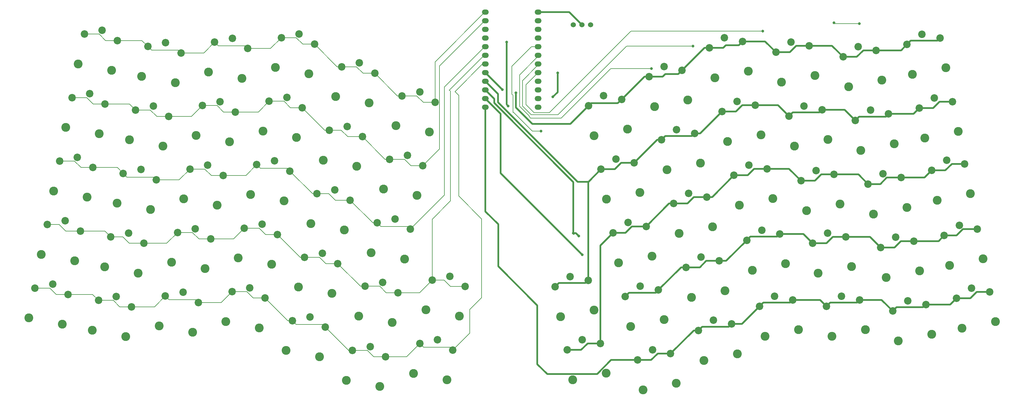
<source format=gbr>
%TF.GenerationSoftware,KiCad,Pcbnew,7.0.1-0*%
%TF.CreationDate,2024-04-27T23:40:22-07:00*%
%TF.ProjectId,swing-atreus,7377696e-672d-4617-9472-6575732e6b69,rev?*%
%TF.SameCoordinates,Original*%
%TF.FileFunction,Copper,L2,Bot*%
%TF.FilePolarity,Positive*%
%FSLAX46Y46*%
G04 Gerber Fmt 4.6, Leading zero omitted, Abs format (unit mm)*
G04 Created by KiCad (PCBNEW 7.0.1-0) date 2024-04-27 23:40:22*
%MOMM*%
%LPD*%
G01*
G04 APERTURE LIST*
%TA.AperFunction,ComponentPad*%
%ADD10C,2.200000*%
%TD*%
%TA.AperFunction,ComponentPad*%
%ADD11C,2.600000*%
%TD*%
%TA.AperFunction,ComponentPad*%
%ADD12C,1.524000*%
%TD*%
%TA.AperFunction,ComponentPad*%
%ADD13O,2.000000X1.500000*%
%TD*%
%TA.AperFunction,ViaPad*%
%ADD14C,0.800000*%
%TD*%
%TA.AperFunction,Conductor*%
%ADD15C,0.500000*%
%TD*%
%TA.AperFunction,Conductor*%
%ADD16C,0.200000*%
%TD*%
G04 APERTURE END LIST*
D10*
%TO.P,SW54,2,B*%
%TO.N,Net-(D53-A)*%
X315496195Y-72062533D03*
%TO.P,SW54,1,A*%
%TO.N,/L_Row6*%
X320805030Y-73169905D03*
X311086921Y-75058914D03*
D11*
%TO.P,SW54,*%
%TO.N,*%
X322503230Y-81906387D03*
X312696498Y-83863558D03*
%TD*%
D10*
%TO.P,SW2,2,B*%
%TO.N,Net-(D33-A)*%
X240765745Y-86435853D03*
%TO.P,SW2,1,A*%
%TO.N,/L_Row6*%
X246074580Y-87543225D03*
X236356471Y-89432234D03*
D11*
%TO.P,SW2,*%
%TO.N,*%
X247772780Y-96279707D03*
X237966048Y-98236878D03*
%TD*%
D10*
%TO.P,SW35,2,B*%
%TO.N,Net-(D34-A)*%
X244415657Y-105081999D03*
%TO.P,SW35,1,A*%
%TO.N,/L_Row7*%
X249724492Y-106189371D03*
X240006383Y-108078380D03*
D11*
%TO.P,SW35,*%
%TO.N,*%
X251422692Y-114925853D03*
X241615960Y-116883024D03*
%TD*%
D10*
%TO.P,SW36,2,B*%
%TO.N,Net-(D35-A)*%
X247967405Y-123747227D03*
%TO.P,SW36,1,A*%
%TO.N,/L_Row8*%
X253276240Y-124854599D03*
X243558131Y-126743608D03*
D11*
%TO.P,SW36,*%
%TO.N,*%
X254974440Y-133591081D03*
X245167708Y-135548252D03*
%TD*%
D10*
%TO.P,SW37,2,B*%
%TO.N,Net-(D36-A)*%
X251548465Y-142432224D03*
%TO.P,SW37,1,A*%
%TO.N,/L_Row9*%
X256857300Y-143539596D03*
X247139191Y-145428605D03*
D11*
%TO.P,SW37,*%
%TO.N,*%
X258555500Y-152276078D03*
X248748768Y-154233249D03*
%TD*%
%TO.P,SW39,*%
%TO.N,*%
X255707231Y-89669290D03*
X265513963Y-87712119D03*
D10*
%TO.P,SW39,1,A*%
%TO.N,/L_Row6*%
X254097654Y-80864646D03*
X263815763Y-78975637D03*
%TO.P,SW39,2,B*%
%TO.N,Net-(D38-A)*%
X258506928Y-77868265D03*
%TD*%
D11*
%TO.P,SW40,*%
%TO.N,*%
X259367372Y-108237044D03*
X269174104Y-106279873D03*
D10*
%TO.P,SW40,1,A*%
%TO.N,/L_Row7*%
X257757795Y-99432400D03*
X267475904Y-97543391D03*
%TO.P,SW40,2,B*%
%TO.N,Net-(D39-A)*%
X262167069Y-96436019D03*
%TD*%
D11*
%TO.P,SW41,*%
%TO.N,*%
X262923891Y-126926812D03*
X272730623Y-124969641D03*
D10*
%TO.P,SW41,1,A*%
%TO.N,/L_Row8*%
X261314314Y-118122168D03*
X271032423Y-116233159D03*
%TO.P,SW41,2,B*%
%TO.N,Net-(D40-A)*%
X265723588Y-115125787D03*
%TD*%
%TO.P,SW38,2,B*%
%TO.N,Net-(D37-A)*%
X255129525Y-161117222D03*
%TO.P,SW38,1,A*%
%TO.N,/L_Row10*%
X260438360Y-162224594D03*
X250720251Y-164113603D03*
D11*
%TO.P,SW38,*%
%TO.N,*%
X262136560Y-170961076D03*
X252329828Y-172918247D03*
%TD*%
%TO.P,SW42,*%
%TO.N,*%
X266573113Y-145700432D03*
X276379845Y-143743261D03*
D10*
%TO.P,SW42,1,A*%
%TO.N,/L_Row9*%
X264963536Y-136895788D03*
X274681645Y-135006779D03*
%TO.P,SW42,2,B*%
%TO.N,Net-(D41-A)*%
X269372810Y-133899407D03*
%TD*%
D11*
%TO.P,SW43,*%
%TO.N,*%
X270228485Y-164243645D03*
X280035217Y-162286474D03*
D10*
%TO.P,SW43,1,A*%
%TO.N,/L_Row10*%
X268618908Y-155439001D03*
X278337017Y-153549992D03*
%TO.P,SW43,2,B*%
%TO.N,Net-(D42-A)*%
X273028182Y-152442620D03*
%TD*%
%TO.P,SW44,2,B*%
%TO.N,Net-(D43-A)*%
X276267191Y-69398840D03*
%TO.P,SW44,1,A*%
%TO.N,/L_Row6*%
X281576026Y-70506212D03*
X271857917Y-72395221D03*
D11*
%TO.P,SW44,*%
%TO.N,*%
X283274226Y-79242694D03*
X273467494Y-81199865D03*
%TD*%
D10*
%TO.P,SW45,2,B*%
%TO.N,Net-(D44-A)*%
X279955954Y-88113838D03*
%TO.P,SW45,1,A*%
%TO.N,/L_Row7*%
X285264789Y-89221210D03*
X275546680Y-91110219D03*
D11*
%TO.P,SW45,*%
%TO.N,*%
X286962989Y-97957692D03*
X277156257Y-99914863D03*
%TD*%
D10*
%TO.P,SW47,2,B*%
%TO.N,Net-(D46-A)*%
X287208708Y-125950106D03*
%TO.P,SW47,1,A*%
%TO.N,/L_Row9*%
X292517543Y-127057478D03*
X282799434Y-128946487D03*
D11*
%TO.P,SW47,*%
%TO.N,*%
X294215743Y-135793960D03*
X284409011Y-137751131D03*
%TD*%
%TO.P,SW48,*%
%TO.N,*%
X288182259Y-157162809D03*
X297988991Y-155205638D03*
D10*
%TO.P,SW48,1,A*%
%TO.N,/L_Row10*%
X286572682Y-148358165D03*
X296290791Y-146469156D03*
%TO.P,SW48,2,B*%
%TO.N,Net-(D47-A)*%
X290981956Y-145361784D03*
%TD*%
%TO.P,SW49,2,B*%
%TO.N,Net-(D48-A)*%
X295798531Y-70695916D03*
%TO.P,SW49,1,A*%
%TO.N,/L_Row6*%
X301107366Y-71803288D03*
X291389257Y-73692297D03*
D11*
%TO.P,SW49,*%
%TO.N,*%
X302805566Y-80539770D03*
X292998834Y-82496941D03*
%TD*%
D10*
%TO.P,SW46,2,B*%
%TO.N,Net-(D45-A)*%
X283468162Y-106837687D03*
%TO.P,SW46,1,A*%
%TO.N,/L_Row8*%
X288776997Y-107945059D03*
X279058888Y-109834068D03*
D11*
%TO.P,SW46,*%
%TO.N,*%
X290475197Y-116681541D03*
X280668465Y-118638712D03*
%TD*%
D10*
%TO.P,SW50,2,B*%
%TO.N,Net-(D49-A)*%
X299624308Y-89460685D03*
%TO.P,SW50,1,A*%
%TO.N,/L_Row7*%
X304933143Y-90568057D03*
X295215034Y-92457066D03*
D11*
%TO.P,SW50,*%
%TO.N,*%
X306631343Y-99304539D03*
X296824611Y-101261710D03*
%TD*%
D10*
%TO.P,SW51,2,B*%
%TO.N,Net-(D50-A)*%
X303139907Y-108464022D03*
%TO.P,SW51,1,A*%
%TO.N,/L_Row8*%
X308448742Y-109571394D03*
X298730633Y-111460403D03*
D11*
%TO.P,SW51,*%
%TO.N,*%
X310146942Y-118307876D03*
X300340210Y-120265047D03*
%TD*%
D10*
%TO.P,SW52,2,B*%
%TO.N,Net-(D51-A)*%
X306551250Y-126799990D03*
%TO.P,SW52,1,A*%
%TO.N,/L_Row9*%
X311860085Y-127907362D03*
X302141976Y-129796371D03*
D11*
%TO.P,SW52,*%
%TO.N,*%
X313558285Y-136643844D03*
X303751553Y-138601015D03*
%TD*%
D10*
%TO.P,SW53,2,B*%
%TO.N,Net-(D52-A)*%
X310642894Y-145360272D03*
%TO.P,SW53,1,A*%
%TO.N,/L_Row10*%
X315951729Y-146467644D03*
X306233620Y-148356653D03*
D11*
%TO.P,SW53,*%
%TO.N,*%
X317649929Y-155204126D03*
X307843197Y-157161297D03*
%TD*%
D10*
%TO.P,SW55,2,B*%
%TO.N,Net-(D54-A)*%
X319121566Y-90713449D03*
%TO.P,SW55,1,A*%
%TO.N,/L_Row7*%
X324430401Y-91820821D03*
X314712292Y-93709830D03*
D11*
%TO.P,SW55,*%
%TO.N,*%
X326128601Y-100557303D03*
X316321869Y-102514474D03*
%TD*%
D10*
%TO.P,SW56,2,B*%
%TO.N,Net-(D55-A)*%
X322834870Y-109423677D03*
%TO.P,SW56,1,A*%
%TO.N,/L_Row8*%
X328143705Y-110531049D03*
X318425596Y-112420058D03*
D11*
%TO.P,SW56,*%
%TO.N,*%
X329841905Y-119267531D03*
X320035173Y-121224702D03*
%TD*%
D10*
%TO.P,SW57,2,B*%
%TO.N,Net-(D56-A)*%
X326533862Y-128060283D03*
%TO.P,SW57,1,A*%
%TO.N,/L_Row9*%
X331842697Y-129167655D03*
X322124588Y-131056664D03*
D11*
%TO.P,SW57,*%
%TO.N,*%
X333540897Y-137904137D03*
X323734165Y-139861308D03*
%TD*%
D10*
%TO.P,SW58,2,B*%
%TO.N,Net-(D57-A)*%
X330085611Y-146725510D03*
%TO.P,SW58,1,A*%
%TO.N,/L_Row10*%
X335394446Y-147832882D03*
X325676337Y-149721891D03*
D11*
%TO.P,SW58,*%
%TO.N,*%
X337092646Y-156569364D03*
X327285914Y-158526535D03*
%TD*%
D10*
%TO.P,SW59,2,B*%
%TO.N,Net-(D58-A)*%
X334269815Y-68413311D03*
%TO.P,SW59,1,A*%
%TO.N,/L_Row6*%
X339578650Y-69520683D03*
X329860541Y-71409692D03*
D11*
%TO.P,SW59,*%
%TO.N,*%
X341276850Y-78257165D03*
X331470118Y-80214336D03*
%TD*%
D10*
%TO.P,SW60,2,B*%
%TO.N,Net-(D59-A)*%
X337880186Y-87118079D03*
%TO.P,SW60,1,A*%
%TO.N,/L_Row7*%
X343189021Y-88225451D03*
X333470912Y-90114460D03*
D11*
%TO.P,SW60,*%
%TO.N,*%
X344887221Y-96961933D03*
X335080489Y-98919104D03*
%TD*%
D10*
%TO.P,SW61,2,B*%
%TO.N,Net-(D60-A)*%
X341487855Y-105415885D03*
%TO.P,SW61,1,A*%
%TO.N,/L_Row8*%
X346796690Y-106523257D03*
X337078581Y-108412266D03*
D11*
%TO.P,SW61,*%
%TO.N,*%
X348494890Y-115259739D03*
X338688158Y-117216910D03*
%TD*%
D10*
%TO.P,SW63,2,B*%
%TO.N,Net-(D62-A)*%
X348795839Y-143012206D03*
%TO.P,SW63,1,A*%
%TO.N,/L_Row10*%
X354104674Y-144119578D03*
X344386565Y-146008587D03*
D11*
%TO.P,SW63,*%
%TO.N,*%
X355802874Y-152856060D03*
X345996142Y-154813231D03*
%TD*%
D10*
%TO.P,SW64,2,B*%
%TO.N,Net-(D63-A)*%
X230927219Y-139589719D03*
%TO.P,SW64,1,A*%
%TO.N,/L_Row7*%
X236236054Y-140697091D03*
X226517945Y-142586100D03*
D11*
%TO.P,SW64,*%
%TO.N,*%
X237934254Y-149433573D03*
X228127522Y-151390744D03*
%TD*%
D10*
%TO.P,SW65,2,B*%
%TO.N,Net-(D64-A)*%
X234538279Y-158167013D03*
%TO.P,SW65,1,A*%
%TO.N,/L_Row8*%
X239847114Y-159274385D03*
X230129005Y-161163394D03*
D11*
%TO.P,SW65,*%
%TO.N,*%
X241545314Y-168010867D03*
X231738582Y-169968038D03*
%TD*%
D10*
%TO.P,SW62,2,B*%
%TO.N,Net-(D61-A)*%
X345203860Y-124533075D03*
%TO.P,SW62,1,A*%
%TO.N,/L_Row9*%
X350512695Y-125640447D03*
X340794586Y-127529456D03*
D11*
%TO.P,SW62,*%
%TO.N,*%
X352210895Y-134376929D03*
X342404163Y-136334100D03*
%TD*%
D12*
%TO.P,SW1,1,A*%
%TO.N,unconnected-(SW1-A-Pad1)*%
X236915000Y-65602500D03*
%TO.P,SW1,2,B*%
%TO.N,/VBAT*%
X234375000Y-65602500D03*
%TO.P,SW1,3,C*%
%TO.N,Net-(J1-Pin_2)*%
X231835000Y-65602500D03*
%TD*%
D11*
%TO.P,SW3,*%
%TO.N,*%
X86516864Y-77133836D03*
X96342676Y-78992845D03*
D10*
%TO.P,SW3,1,A*%
%TO.N,/L_Row1*%
X88322767Y-68367354D03*
X98040876Y-70256363D03*
%TO.P,SW3,2,B*%
%TO.N,Net-(D1-A)*%
X93533439Y-67240901D03*
%TD*%
D11*
%TO.P,SW4,*%
%TO.N,*%
X82891493Y-95784752D03*
X92717305Y-97643761D03*
D10*
%TO.P,SW4,1,A*%
%TO.N,/L_Row2*%
X84697396Y-87018270D03*
X94415505Y-88907279D03*
%TO.P,SW4,2,B*%
%TO.N,Net-(D2-A)*%
X89908068Y-85891817D03*
%TD*%
D11*
%TO.P,SW5,*%
%TO.N,*%
X79266123Y-114435669D03*
X89091935Y-116294678D03*
D10*
%TO.P,SW5,1,A*%
%TO.N,/L_Row3*%
X81072026Y-105669187D03*
X90790135Y-107558196D03*
%TO.P,SW5,2,B*%
%TO.N,Net-(D3-A)*%
X86282698Y-104542734D03*
%TD*%
D11*
%TO.P,SW6,*%
%TO.N,*%
X75640752Y-133086585D03*
X85466564Y-134945594D03*
D10*
%TO.P,SW6,1,A*%
%TO.N,/L_Row4*%
X77446655Y-124320103D03*
X87164764Y-126209112D03*
%TO.P,SW6,2,B*%
%TO.N,Net-(D4-A)*%
X82657327Y-123193650D03*
%TD*%
D11*
%TO.P,SW7,*%
%TO.N,*%
X72015381Y-151737502D03*
X81841193Y-153596511D03*
D10*
%TO.P,SW7,1,A*%
%TO.N,/L_Row5*%
X73821284Y-142971020D03*
X83539393Y-144860029D03*
%TO.P,SW7,2,B*%
%TO.N,Net-(D5-A)*%
X79031956Y-141844567D03*
%TD*%
D11*
%TO.P,SW8,*%
%TO.N,*%
X105167781Y-80759207D03*
X114993593Y-82618216D03*
D10*
%TO.P,SW8,1,A*%
%TO.N,/L_Row1*%
X106973684Y-71992725D03*
X116691793Y-73881734D03*
%TO.P,SW8,2,B*%
%TO.N,Net-(D6-A)*%
X112184356Y-70866272D03*
%TD*%
D11*
%TO.P,SW9,*%
%TO.N,*%
X101542410Y-99410123D03*
X111368222Y-101269132D03*
D10*
%TO.P,SW9,1,A*%
%TO.N,/L_Row2*%
X103348313Y-90643641D03*
X113066422Y-92532650D03*
%TO.P,SW9,2,B*%
%TO.N,Net-(D7-A)*%
X108558985Y-89517188D03*
%TD*%
D11*
%TO.P,SW10,*%
%TO.N,*%
X97917039Y-118061040D03*
X107742851Y-119920049D03*
D10*
%TO.P,SW10,1,A*%
%TO.N,/L_Row3*%
X99722942Y-109294558D03*
X109441051Y-111183567D03*
%TO.P,SW10,2,B*%
%TO.N,Net-(D8-A)*%
X104933614Y-108168105D03*
%TD*%
D11*
%TO.P,SW11,*%
%TO.N,*%
X94291668Y-136711956D03*
X104117480Y-138570965D03*
D10*
%TO.P,SW11,1,A*%
%TO.N,/L_Row4*%
X96097571Y-127945474D03*
X105815680Y-129834483D03*
%TO.P,SW11,2,B*%
%TO.N,Net-(D9-A)*%
X101308243Y-126819021D03*
%TD*%
D11*
%TO.P,SW12,*%
%TO.N,*%
X90666297Y-155362873D03*
X100492109Y-157221882D03*
D10*
%TO.P,SW12,1,A*%
%TO.N,/L_Row5*%
X92472200Y-146596391D03*
X102190309Y-148485400D03*
%TO.P,SW12,2,B*%
%TO.N,Net-(D10-A)*%
X97682872Y-145469938D03*
%TD*%
D11*
%TO.P,SW13,*%
%TO.N,*%
X124772742Y-79476442D03*
X134598554Y-81335451D03*
D10*
%TO.P,SW13,1,A*%
%TO.N,/L_Row1*%
X126578645Y-70709960D03*
X136296754Y-72598969D03*
%TO.P,SW13,2,B*%
%TO.N,Net-(D11-A)*%
X131789317Y-69583507D03*
%TD*%
D11*
%TO.P,SW14,*%
%TO.N,*%
X121147371Y-98127358D03*
X130973183Y-99986367D03*
D10*
%TO.P,SW14,1,A*%
%TO.N,/L_Row2*%
X122953274Y-89360876D03*
X132671383Y-91249885D03*
%TO.P,SW14,2,B*%
%TO.N,Net-(D12-A)*%
X128163946Y-88234423D03*
%TD*%
D11*
%TO.P,SW15,*%
%TO.N,*%
X117522001Y-116778275D03*
X127347813Y-118637284D03*
D10*
%TO.P,SW15,1,A*%
%TO.N,/L_Row3*%
X119327904Y-108011793D03*
X129046013Y-109900802D03*
%TO.P,SW15,2,B*%
%TO.N,Net-(D13-A)*%
X124538576Y-106885340D03*
%TD*%
D11*
%TO.P,SW16,*%
%TO.N,*%
X113896630Y-135429191D03*
X123722442Y-137288200D03*
D10*
%TO.P,SW16,1,A*%
%TO.N,/L_Row4*%
X115702533Y-126662709D03*
X125420642Y-128551718D03*
%TO.P,SW16,2,B*%
%TO.N,Net-(D14-A)*%
X120913205Y-125536256D03*
%TD*%
D11*
%TO.P,SW17,*%
%TO.N,*%
X110271259Y-154080108D03*
X120097071Y-155939117D03*
D10*
%TO.P,SW17,1,A*%
%TO.N,/L_Row5*%
X112077162Y-145313626D03*
X121795271Y-147202635D03*
%TO.P,SW17,2,B*%
%TO.N,Net-(D15-A)*%
X117287834Y-144187173D03*
%TD*%
D11*
%TO.P,SW18,*%
%TO.N,*%
X144377704Y-78193677D03*
X154203516Y-80052686D03*
D10*
%TO.P,SW18,1,A*%
%TO.N,/L_Row1*%
X146183607Y-69427195D03*
X155901716Y-71316204D03*
%TO.P,SW18,2,B*%
%TO.N,Net-(D16-A)*%
X151394279Y-68300742D03*
%TD*%
D11*
%TO.P,SW19,*%
%TO.N,*%
X140752333Y-96844593D03*
X150578145Y-98703602D03*
D10*
%TO.P,SW19,1,A*%
%TO.N,/L_Row2*%
X142558236Y-88078111D03*
X152276345Y-89967120D03*
%TO.P,SW19,2,B*%
%TO.N,Net-(D17-A)*%
X147768908Y-86951658D03*
%TD*%
D11*
%TO.P,SW20,*%
%TO.N,*%
X137126962Y-115495510D03*
X146952774Y-117354519D03*
D10*
%TO.P,SW20,1,A*%
%TO.N,/L_Row3*%
X138932865Y-106729028D03*
X148650974Y-108618037D03*
%TO.P,SW20,2,B*%
%TO.N,Net-(D18-A)*%
X144143537Y-105602575D03*
%TD*%
D11*
%TO.P,SW21,*%
%TO.N,*%
X133501591Y-134146426D03*
X143327403Y-136005435D03*
D10*
%TO.P,SW21,1,A*%
%TO.N,/L_Row4*%
X135307494Y-125379944D03*
X145025603Y-127268953D03*
%TO.P,SW21,2,B*%
%TO.N,Net-(D19-A)*%
X140518166Y-124253491D03*
%TD*%
D11*
%TO.P,SW22,*%
%TO.N,*%
X129876220Y-152797343D03*
X139702032Y-154656352D03*
D10*
%TO.P,SW22,1,A*%
%TO.N,/L_Row5*%
X131682123Y-144030861D03*
X141400232Y-145919870D03*
%TO.P,SW22,2,B*%
%TO.N,Net-(D20-A)*%
X136892795Y-142904408D03*
%TD*%
D11*
%TO.P,SW23,*%
%TO.N,*%
X162074575Y-86727184D03*
X171900387Y-88586193D03*
D10*
%TO.P,SW23,1,A*%
%TO.N,/L_Row1*%
X163880478Y-77960702D03*
X173598587Y-79849711D03*
%TO.P,SW23,2,B*%
%TO.N,Net-(D21-A)*%
X169091150Y-76834249D03*
%TD*%
D11*
%TO.P,SW24,*%
%TO.N,*%
X158449204Y-105378100D03*
X168275016Y-107237109D03*
D10*
%TO.P,SW24,1,A*%
%TO.N,/L_Row2*%
X160255107Y-96611618D03*
X169973216Y-98500627D03*
%TO.P,SW24,2,B*%
%TO.N,Net-(D22-A)*%
X165465779Y-95485165D03*
%TD*%
D11*
%TO.P,SW25,*%
%TO.N,*%
X154823833Y-124029017D03*
X164649645Y-125888026D03*
D10*
%TO.P,SW25,1,A*%
%TO.N,/L_Row3*%
X156629736Y-115262535D03*
X166347845Y-117151544D03*
%TO.P,SW25,2,B*%
%TO.N,Net-(D23-A)*%
X161840408Y-114136082D03*
%TD*%
D11*
%TO.P,SW26,*%
%TO.N,*%
X151198463Y-142679933D03*
X161024275Y-144538942D03*
D10*
%TO.P,SW26,1,A*%
%TO.N,/L_Row4*%
X153004366Y-133913451D03*
X162722475Y-135802460D03*
%TO.P,SW26,2,B*%
%TO.N,Net-(D24-A)*%
X158215038Y-132786998D03*
%TD*%
D11*
%TO.P,SW27,*%
%TO.N,*%
X147573092Y-161330850D03*
X157398904Y-163189859D03*
D10*
%TO.P,SW27,1,A*%
%TO.N,/L_Row5*%
X149378995Y-152564368D03*
X159097104Y-154453377D03*
%TO.P,SW27,2,B*%
%TO.N,Net-(D25-A)*%
X154589667Y-151437915D03*
%TD*%
D11*
%TO.P,SW28,*%
%TO.N,*%
X179771447Y-95260690D03*
X189597259Y-97119699D03*
D10*
%TO.P,SW28,1,A*%
%TO.N,/L_Row1*%
X181577350Y-86494208D03*
X191295459Y-88383217D03*
%TO.P,SW28,2,B*%
%TO.N,Net-(D26-A)*%
X186788022Y-85367755D03*
%TD*%
D11*
%TO.P,SW29,*%
%TO.N,*%
X176146076Y-113911607D03*
X185971888Y-115770616D03*
D10*
%TO.P,SW29,1,A*%
%TO.N,/L_Row2*%
X177951979Y-105145125D03*
X187670088Y-107034134D03*
%TO.P,SW29,2,B*%
%TO.N,Net-(D27-A)*%
X183162651Y-104018672D03*
%TD*%
D11*
%TO.P,SW30,*%
%TO.N,*%
X172520705Y-132562523D03*
X182346517Y-134421532D03*
D10*
%TO.P,SW30,1,A*%
%TO.N,/L_Row3*%
X174326608Y-123796041D03*
X184044717Y-125685050D03*
%TO.P,SW30,2,B*%
%TO.N,Net-(D28-A)*%
X179537280Y-122669588D03*
%TD*%
D11*
%TO.P,SW31,*%
%TO.N,*%
X168895334Y-151213440D03*
X178721146Y-153072449D03*
D10*
%TO.P,SW31,1,A*%
%TO.N,/L_Row4*%
X170701237Y-142446958D03*
X180419346Y-144335967D03*
%TO.P,SW31,2,B*%
%TO.N,Net-(D29-A)*%
X175911909Y-141320505D03*
%TD*%
D11*
%TO.P,SW32,*%
%TO.N,*%
X165231802Y-170060682D03*
X175057614Y-171919691D03*
D10*
%TO.P,SW32,1,A*%
%TO.N,/L_Row5*%
X167037705Y-161294200D03*
X176755814Y-163183209D03*
%TO.P,SW32,2,B*%
%TO.N,Net-(D30-A)*%
X172248377Y-160167747D03*
%TD*%
D11*
%TO.P,SW33,*%
%TO.N,*%
X188629781Y-149395550D03*
X198455593Y-151254559D03*
D10*
%TO.P,SW33,1,A*%
%TO.N,/L_Row4*%
X190435684Y-140629068D03*
X200153793Y-142518077D03*
%TO.P,SW33,2,B*%
%TO.N,Net-(D31-A)*%
X195646356Y-139502615D03*
%TD*%
D11*
%TO.P,SW34,*%
%TO.N,*%
X184999640Y-168071007D03*
X194825452Y-169930016D03*
D10*
%TO.P,SW34,1,A*%
%TO.N,/L_Row5*%
X186805543Y-159304525D03*
X196523652Y-161193534D03*
%TO.P,SW34,2,B*%
%TO.N,Net-(D32-A)*%
X192016215Y-158178072D03*
%TD*%
D13*
%TO.P,U1,24,VBAT*%
%TO.N,/VBAT*%
X221575000Y-61920000D03*
%TO.P,U1,23,Gnd*%
%TO.N,unconnected-(U1-Gnd-Pad23)*%
X221575000Y-64460000D03*
%TO.P,U1,22,Reset*%
%TO.N,unconnected-(U1-Reset-Pad22)*%
X221575000Y-67000000D03*
%TO.P,U1,21,_3v3_(out)*%
%TO.N,unconnected-(U1-_3v3_(out)-Pad21)*%
X221575000Y-69540000D03*
%TO.P,U1,20,D21/P0.29*%
%TO.N,/L_column1*%
X221575000Y-72080000D03*
%TO.P,U1,19,D20/P0.29*%
%TO.N,/L_column2*%
X221575000Y-74620000D03*
%TO.P,U1,18,D19/P0.02*%
%TO.N,/L_column3*%
X221575000Y-77160000D03*
%TO.P,U1,17,D18/P1.15*%
%TO.N,/L_column4*%
X221575000Y-79700000D03*
%TO.P,U1,16,D15/P1.13*%
%TO.N,/L_column5*%
X221575000Y-82240000D03*
%TO.P,U1,15,D14/P1.11*%
%TO.N,/L_column6*%
X221575000Y-84780000D03*
%TO.P,U1,14,D16/P0.10*%
%TO.N,/L_column7*%
X221575000Y-87320000D03*
%TO.P,U1,13,D10/P0.09*%
%TO.N,unconnected-(U1-D10{slash}P0.09-Pad13)*%
X221575000Y-89860000D03*
%TO.P,U1,12,D9/P1.06*%
%TO.N,/L_Row10*%
X206075000Y-89860000D03*
%TO.P,U1,11,D8/P1.04*%
%TO.N,/L_Row9*%
X206075000Y-87320000D03*
%TO.P,U1,10,D7/P0.11*%
%TO.N,/L_Row8*%
X206075000Y-84780000D03*
%TO.P,U1,9,D6/P1.00*%
%TO.N,/L_Row7*%
X206075000Y-82240000D03*
%TO.P,U1,8,D5/P0.24*%
%TO.N,/L_Row6*%
X206075000Y-79700000D03*
%TO.P,U1,7,D4/P0.22*%
%TO.N,/L_Row5*%
X206075000Y-77160000D03*
%TO.P,U1,6,D3/P0.20*%
%TO.N,/L_Row4*%
X206075000Y-74620000D03*
%TO.P,U1,5,D2/P0.12*%
%TO.N,/L_Row3*%
X206075000Y-72080000D03*
%TO.P,U1,4,GND*%
%TO.N,unconnected-(U1-GND-Pad4)*%
X206075000Y-69540000D03*
%TO.P,U1,3,GND*%
%TO.N,GND*%
X206075000Y-67000000D03*
%TO.P,U1,2,D0/P0.08*%
%TO.N,/L_Row2*%
X206075000Y-64460000D03*
%TO.P,U1,1,D1/P0.06*%
%TO.N,/L_Row1*%
X206075000Y-61920000D03*
%TD*%
D14*
%TO.N,GND*%
X212775000Y-89500000D03*
X212275000Y-70725000D03*
%TO.N,Net-(J1-Pin_2)*%
X227275000Y-79800000D03*
X225900000Y-86825000D03*
%TO.N,/L_column1*%
X222350000Y-96825000D03*
%TO.N,/L_column5*%
X308375000Y-65025000D03*
X315900000Y-65250000D03*
%TO.N,/L_column4*%
X287500000Y-67500000D03*
%TO.N,/L_column3*%
X267050000Y-71875000D03*
%TO.N,/L_column2*%
X254850000Y-78500000D03*
%TO.N,/L_Row9*%
X234475000Y-133175000D03*
%TO.N,/L_Row8*%
X233500000Y-127700000D03*
X231887500Y-126862500D03*
%TO.N,/L_Row6*%
X215000500Y-85568804D03*
X211012500Y-84637500D03*
%TD*%
D15*
%TO.N,GND*%
X212275000Y-70725000D02*
X212275000Y-89000000D01*
X212275000Y-89000000D02*
X212775000Y-89500000D01*
%TO.N,Net-(J1-Pin_2)*%
X227275000Y-79800000D02*
X227275000Y-85450000D01*
X227275000Y-85450000D02*
X225900000Y-86825000D01*
D16*
%TO.N,/L_column2*%
X221575000Y-74620000D02*
X221575000Y-74870000D01*
X242875000Y-78500000D02*
X254850000Y-78500000D01*
X221575000Y-74870000D02*
X216100000Y-80345000D01*
X228325000Y-93050000D02*
X242875000Y-78500000D01*
X216100000Y-80345000D02*
X216100000Y-89625000D01*
X216100000Y-89625000D02*
X218876501Y-92401501D01*
X218876501Y-92401501D02*
X218876501Y-92551501D01*
X218876501Y-92551501D02*
X219375000Y-93050000D01*
X219375000Y-93050000D02*
X228325000Y-93050000D01*
D15*
%TO.N,/L_Row6*%
X236356471Y-89432234D02*
X231013705Y-94775000D01*
X231013705Y-94775000D02*
X219872888Y-94775000D01*
X219872888Y-94775000D02*
X215000500Y-89902612D01*
X215000500Y-89902612D02*
X215000500Y-85568804D01*
D16*
%TO.N,/L_column4*%
X221575000Y-79700000D02*
X218000000Y-83275000D01*
X218000000Y-83275000D02*
X218000000Y-89075000D01*
X218000000Y-89075000D02*
X220350000Y-91425000D01*
X220350000Y-91425000D02*
X224850000Y-91425000D01*
X224850000Y-91425000D02*
X248775000Y-67500000D01*
X248775000Y-67500000D02*
X287500000Y-67500000D01*
%TO.N,/L_column3*%
X216945701Y-82039299D02*
X216945701Y-89520701D01*
X221575000Y-77160000D02*
X221575000Y-77410000D01*
X219500000Y-92075000D02*
X227375000Y-92075000D01*
X247575000Y-71875000D02*
X267050000Y-71875000D01*
X221575000Y-77410000D02*
X216945701Y-82039299D01*
X216945701Y-89520701D02*
X219500000Y-92075000D01*
X227375000Y-92075000D02*
X247575000Y-71875000D01*
%TO.N,/L_column1*%
X221575000Y-72080000D02*
X219620000Y-72080000D01*
X219620000Y-72080000D02*
X213850000Y-77850000D01*
X213850000Y-85989128D02*
X214150000Y-86289128D01*
X213850000Y-77850000D02*
X213850000Y-85989128D01*
X214150000Y-91325000D02*
X214325000Y-91325000D01*
X214325000Y-91325000D02*
X219825000Y-96825000D01*
X214150000Y-86289128D02*
X214150000Y-91325000D01*
X219825000Y-96825000D02*
X222350000Y-96825000D01*
D15*
%TO.N,/L_Row7*%
X236354882Y-111729882D02*
X233129882Y-111729882D01*
X233129882Y-111729882D02*
X209774002Y-88374002D01*
X209774002Y-88374002D02*
X209774002Y-85939002D01*
X209774002Y-85939002D02*
X206075000Y-82240000D01*
D16*
%TO.N,/L_column5*%
X308600000Y-65250000D02*
X315900000Y-65250000D01*
X308375000Y-65025000D02*
X308600000Y-65250000D01*
D15*
%TO.N,/L_Row6*%
X236356471Y-89432234D02*
X237103351Y-88685354D01*
X258896804Y-80117766D02*
X262673634Y-80117766D01*
X280433897Y-71648341D02*
X281576026Y-70506212D01*
X254097654Y-80864646D02*
X258149924Y-80864646D01*
X258149924Y-80864646D02*
X258896804Y-80117766D01*
X276657067Y-71648341D02*
X280433897Y-71648341D01*
X237103351Y-88685354D02*
X244932451Y-88685354D01*
X262673634Y-80117766D02*
X263815763Y-78975637D01*
X275910187Y-72395221D02*
X276657067Y-71648341D01*
X244932451Y-88685354D02*
X246074580Y-87543225D01*
X271857917Y-72395221D02*
X275910187Y-72395221D01*
%TO.N,/L_Row8*%
X206075000Y-84780000D02*
X208675000Y-87380000D01*
X231887500Y-111812500D02*
X231887500Y-126862500D01*
X208675000Y-87380000D02*
X208675000Y-88600000D01*
X208675000Y-88600000D02*
X231887500Y-111812500D01*
%TO.N,/L_Row9*%
X210524501Y-109224501D02*
X234475000Y-133175000D01*
X206075000Y-87320000D02*
X210524501Y-91769501D01*
%TO.N,/L_Row10*%
X209825000Y-136575000D02*
X221325000Y-148075000D01*
X224218038Y-168218038D02*
X238863269Y-168218038D01*
%TO.N,/L_Row9*%
X210524501Y-91769501D02*
X210524501Y-109224501D01*
%TO.N,/L_Row10*%
X206075000Y-89860000D02*
X206075000Y-120500000D01*
X206075000Y-120500000D02*
X209825000Y-124250000D01*
X209825000Y-124250000D02*
X209825000Y-136575000D01*
X221325000Y-148075000D02*
X221325000Y-165325000D01*
X221325000Y-165325000D02*
X224218038Y-168218038D01*
X238863269Y-168218038D02*
X242967704Y-164113603D01*
X242967704Y-164113603D02*
X250720251Y-164113603D01*
%TO.N,/L_Row8*%
X231887500Y-126862500D02*
X232662500Y-126862500D01*
X232662500Y-126862500D02*
X233500000Y-127700000D01*
X232075000Y-127050000D02*
X231887500Y-126862500D01*
%TO.N,/L_Row7*%
X236354882Y-111729882D02*
X240006383Y-108078380D01*
X236236054Y-111848709D02*
X236354882Y-111729882D01*
%TO.N,/L_Row6*%
X211012500Y-84637500D02*
X206075000Y-79700000D01*
%TO.N,/L_Row10*%
X344386565Y-146008587D02*
X348438835Y-146008587D01*
X348438835Y-146008587D02*
X350327844Y-144119578D01*
X350327844Y-144119578D02*
X354104674Y-144119578D01*
X335394446Y-147832882D02*
X342562270Y-147832882D01*
X342562270Y-147832882D02*
X344386565Y-146008587D01*
X325676337Y-149721891D02*
X326776336Y-148621892D01*
X326776336Y-148621892D02*
X334605436Y-148621892D01*
X334605436Y-148621892D02*
X335394446Y-147832882D01*
X315951729Y-146467644D02*
X322422090Y-146467644D01*
X322422090Y-146467644D02*
X325676337Y-149721891D01*
X306233620Y-148356653D02*
X307333619Y-147256654D01*
X307333619Y-147256654D02*
X315162719Y-147256654D01*
X315162719Y-147256654D02*
X315951729Y-146467644D01*
X296290791Y-146469156D02*
X304346123Y-146469156D01*
X304346123Y-146469156D02*
X306233620Y-148356653D01*
X286572682Y-148358165D02*
X287672681Y-147258166D01*
X295501781Y-147258166D02*
X296290791Y-146469156D01*
X287672681Y-147258166D02*
X295501781Y-147258166D01*
X278337017Y-153549992D02*
X281380855Y-153549992D01*
X281380855Y-153549992D02*
X286572682Y-148358165D01*
X268618908Y-155439001D02*
X269718907Y-154339002D01*
X277548007Y-154339002D02*
X278337017Y-153549992D01*
X269718907Y-154339002D02*
X277548007Y-154339002D01*
X260438360Y-162224594D02*
X267223953Y-155439001D01*
X267223953Y-155439001D02*
X268618908Y-155439001D01*
X250720251Y-164113603D02*
X254772521Y-164113603D01*
X254772521Y-164113603D02*
X256661530Y-162224594D01*
X256661530Y-162224594D02*
X260438360Y-162224594D01*
%TO.N,/L_Row9*%
X340794586Y-127529456D02*
X344399511Y-127529456D01*
X344399511Y-127529456D02*
X346288520Y-125640447D01*
X346288520Y-125640447D02*
X350512695Y-125640447D01*
X331842697Y-129167655D02*
X339156387Y-129167655D01*
X339156387Y-129167655D02*
X340794586Y-127529456D01*
X322124588Y-131056664D02*
X326176858Y-131056664D01*
X326176858Y-131056664D02*
X328065867Y-129167655D01*
X328065867Y-129167655D02*
X331842697Y-129167655D01*
X311860085Y-127907362D02*
X318975286Y-127907362D01*
X318975286Y-127907362D02*
X322124588Y-131056664D01*
X302141976Y-129796371D02*
X306194246Y-129796371D01*
X308083255Y-127907362D02*
X311860085Y-127907362D01*
X306194246Y-129796371D02*
X308083255Y-127907362D01*
X292517543Y-127057478D02*
X299403083Y-127057478D01*
X299403083Y-127057478D02*
X302141976Y-129796371D01*
X282799434Y-128946487D02*
X283899433Y-127846488D01*
X283899433Y-127846488D02*
X291728533Y-127846488D01*
X291728533Y-127846488D02*
X292517543Y-127057478D01*
X274681645Y-135006779D02*
X276739142Y-135006779D01*
X276739142Y-135006779D02*
X282799434Y-128946487D01*
X264963536Y-136895788D02*
X269015806Y-136895788D01*
X270904815Y-135006779D02*
X274681645Y-135006779D01*
X269015806Y-136895788D02*
X270904815Y-135006779D01*
X256857300Y-143539596D02*
X263501108Y-136895788D01*
X263501108Y-136895788D02*
X264963536Y-136895788D01*
X247139191Y-145428605D02*
X248239190Y-144328606D01*
X248239190Y-144328606D02*
X256068290Y-144328606D01*
X256068290Y-144328606D02*
X256857300Y-143539596D01*
%TO.N,/L_Row8*%
X337078581Y-108412266D02*
X341130851Y-108412266D01*
X341130851Y-108412266D02*
X343019860Y-106523257D01*
X343019860Y-106523257D02*
X346796690Y-106523257D01*
X328143705Y-110531049D02*
X334959798Y-110531049D01*
X334959798Y-110531049D02*
X337078581Y-108412266D01*
X318425596Y-112420058D02*
X322030521Y-112420058D01*
X322030521Y-112420058D02*
X323919530Y-110531049D01*
X323919530Y-110531049D02*
X328143705Y-110531049D01*
X308448742Y-109571394D02*
X315576932Y-109571394D01*
X315576932Y-109571394D02*
X318425596Y-112420058D01*
X298730633Y-111460403D02*
X302782903Y-111460403D01*
X304671912Y-109571394D02*
X308448742Y-109571394D01*
X302782903Y-111460403D02*
X304671912Y-109571394D01*
X288776997Y-107945059D02*
X295215289Y-107945059D01*
X295215289Y-107945059D02*
X298730633Y-111460403D01*
X279058888Y-109834068D02*
X283111158Y-109834068D01*
X283111158Y-109834068D02*
X285000167Y-107945059D01*
X285000167Y-107945059D02*
X288776997Y-107945059D01*
X271032423Y-116233159D02*
X272659797Y-116233159D01*
X272659797Y-116233159D02*
X279058888Y-109834068D01*
X261314314Y-118122168D02*
X265366584Y-118122168D01*
X265366584Y-118122168D02*
X267255593Y-116233159D01*
X267255593Y-116233159D02*
X271032423Y-116233159D01*
X253276240Y-124854599D02*
X260008671Y-118122168D01*
X260008671Y-118122168D02*
X261314314Y-118122168D01*
X243558131Y-126743608D02*
X247163056Y-126743608D01*
X247163056Y-126743608D02*
X249052065Y-124854599D01*
X249052065Y-124854599D02*
X253276240Y-124854599D01*
%TO.N,/L_Row7*%
X333470912Y-90114460D02*
X337523182Y-90114460D01*
X337523182Y-90114460D02*
X339412191Y-88225451D01*
X339412191Y-88225451D02*
X343189021Y-88225451D01*
X324430401Y-91820821D02*
X331764551Y-91820821D01*
X331764551Y-91820821D02*
X333470912Y-90114460D01*
X314712292Y-93709830D02*
X315812291Y-92609831D01*
X315812291Y-92609831D02*
X323641391Y-92609831D01*
X323641391Y-92609831D02*
X324430401Y-91820821D01*
X304933143Y-90568057D02*
X311570519Y-90568057D01*
X311570519Y-90568057D02*
X314712292Y-93709830D01*
X295215034Y-92457066D02*
X296315033Y-91357067D01*
X296315033Y-91357067D02*
X304144133Y-91357067D01*
X304144133Y-91357067D02*
X304933143Y-90568057D01*
X285264789Y-89221210D02*
X291979178Y-89221210D01*
X291979178Y-89221210D02*
X295215034Y-92457066D01*
X275546680Y-91110219D02*
X279598950Y-91110219D01*
X279598950Y-91110219D02*
X281487959Y-89221210D01*
X281487959Y-89221210D02*
X285264789Y-89221210D01*
X267475904Y-97543391D02*
X269113508Y-97543391D01*
X269113508Y-97543391D02*
X275546680Y-91110219D01*
X257757795Y-99432400D02*
X258857794Y-98332401D01*
X258857794Y-98332401D02*
X266686894Y-98332401D01*
X266686894Y-98332401D02*
X267475904Y-97543391D01*
X249724492Y-106189371D02*
X256481463Y-99432400D01*
X256481463Y-99432400D02*
X257757795Y-99432400D01*
X240006383Y-108078380D02*
X244058653Y-108078380D01*
X245947662Y-106189371D02*
X249724492Y-106189371D01*
X244058653Y-108078380D02*
X245947662Y-106189371D01*
%TO.N,/L_Row6*%
X329860541Y-71409692D02*
X330960540Y-70309693D01*
X330960540Y-70309693D02*
X338789640Y-70309693D01*
X338789640Y-70309693D02*
X339578650Y-69520683D01*
X320805030Y-73169905D02*
X328100328Y-73169905D01*
X328100328Y-73169905D02*
X329860541Y-71409692D01*
X311086921Y-75058914D02*
X315139191Y-75058914D01*
X315139191Y-75058914D02*
X317028200Y-73169905D01*
X317028200Y-73169905D02*
X320805030Y-73169905D01*
X301107366Y-71803288D02*
X307831295Y-71803288D01*
X307831295Y-71803288D02*
X311086921Y-75058914D01*
X291389257Y-73692297D02*
X295441527Y-73692297D01*
X295441527Y-73692297D02*
X297330536Y-71803288D01*
X297330536Y-71803288D02*
X301107366Y-71803288D01*
X281576026Y-70506212D02*
X288203172Y-70506212D01*
X288203172Y-70506212D02*
X291389257Y-73692297D01*
X263815763Y-78975637D02*
X270396179Y-72395221D01*
X270396179Y-72395221D02*
X271857917Y-72395221D01*
X246074580Y-87543225D02*
X252753159Y-80864646D01*
X252753159Y-80864646D02*
X254097654Y-80864646D01*
%TO.N,/L_Row8*%
X239847114Y-159274385D02*
X239847114Y-130454625D01*
X239847114Y-130454625D02*
X243558131Y-126743608D01*
X230129005Y-161163394D02*
X234181275Y-161163394D01*
X234181275Y-161163394D02*
X236070284Y-159274385D01*
X236070284Y-159274385D02*
X239847114Y-159274385D01*
%TO.N,/L_Row7*%
X236236054Y-140697091D02*
X236236054Y-111848709D01*
X226517945Y-142586100D02*
X227617944Y-141486101D01*
X235447044Y-141486101D02*
X236236054Y-140697091D01*
X227617944Y-141486101D02*
X235447044Y-141486101D01*
%TO.N,/VBAT*%
X221575000Y-61920000D02*
X230692500Y-61920000D01*
X230692500Y-61920000D02*
X234375000Y-65602500D01*
D16*
%TO.N,/L_Row5*%
X201480793Y-156236393D02*
X201480793Y-149269207D01*
X198250000Y-115950000D02*
X198250000Y-86350000D01*
X196523652Y-161193534D02*
X201480793Y-156236393D01*
X198250000Y-86350000D02*
X197125000Y-85225000D01*
X204975000Y-145775000D02*
X204975000Y-122675000D01*
X201480793Y-149269207D02*
X204975000Y-145775000D01*
X204975000Y-122675000D02*
X198250000Y-115950000D01*
X197125000Y-85225000D02*
X205340281Y-77009719D01*
X205340281Y-77009719D02*
X206052219Y-77009719D01*
X186805543Y-159304525D02*
X187905542Y-160404524D01*
X187905542Y-160404524D02*
X195734642Y-160404524D01*
X195734642Y-160404524D02*
X196523652Y-161193534D01*
X176755814Y-163183209D02*
X182926859Y-163183209D01*
X182926859Y-163183209D02*
X186805543Y-159304525D01*
X167037705Y-161294200D02*
X171394931Y-161294200D01*
X171394931Y-161294200D02*
X173283940Y-163183209D01*
X173283940Y-163183209D02*
X176755814Y-163183209D01*
X159097104Y-154453377D02*
X165937927Y-161294200D01*
X165937927Y-161294200D02*
X167037705Y-161294200D01*
X149378995Y-152564368D02*
X150478994Y-153664367D01*
X150478994Y-153664367D02*
X158308094Y-153664367D01*
X158308094Y-153664367D02*
X159097104Y-154453377D01*
X141400232Y-145919870D02*
X148044730Y-152564368D01*
X148044730Y-152564368D02*
X149378995Y-152564368D01*
X131682123Y-144030861D02*
X136039349Y-144030861D01*
X136039349Y-144030861D02*
X137928358Y-145919870D01*
X137928358Y-145919870D02*
X141400232Y-145919870D01*
X121795271Y-147202635D02*
X128510349Y-147202635D01*
X128510349Y-147202635D02*
X131682123Y-144030861D01*
X112077162Y-145313626D02*
X113177161Y-146413625D01*
X121006261Y-146413625D02*
X121795271Y-147202635D01*
X113177161Y-146413625D02*
X121006261Y-146413625D01*
X102190309Y-148485400D02*
X108905388Y-148485400D01*
X108905388Y-148485400D02*
X112077162Y-145313626D01*
X92472200Y-146596391D02*
X96829426Y-146596391D01*
X96829426Y-146596391D02*
X98718435Y-148485400D01*
X98718435Y-148485400D02*
X102190309Y-148485400D01*
X83539393Y-144860029D02*
X90735838Y-144860029D01*
X90735838Y-144860029D02*
X92472200Y-146596391D01*
X73821284Y-142971020D02*
X78178510Y-142971020D01*
X78178510Y-142971020D02*
X80067519Y-144860029D01*
X80067519Y-144860029D02*
X83539393Y-144860029D01*
%TO.N,/L_Row4*%
X190435684Y-140629068D02*
X193904068Y-140629068D01*
X195793077Y-142518077D02*
X200153793Y-142518077D01*
X193904068Y-140629068D02*
X195793077Y-142518077D01*
X190435684Y-140629068D02*
X190435684Y-122739316D01*
X195800000Y-117375000D02*
X195800000Y-85125000D01*
X195800000Y-85125000D02*
X195500000Y-84825000D01*
X190435684Y-122739316D02*
X195800000Y-117375000D01*
X195500000Y-84825000D02*
X205855281Y-74469719D01*
X205855281Y-74469719D02*
X206052219Y-74469719D01*
X180419346Y-144335967D02*
X186728785Y-144335967D01*
X186728785Y-144335967D02*
X190435684Y-140629068D01*
X170701237Y-142446958D02*
X175058463Y-142446958D01*
X175058463Y-142446958D02*
X176947472Y-144335967D01*
X176947472Y-144335967D02*
X180419346Y-144335967D01*
X162722475Y-135802460D02*
X169366973Y-142446958D01*
X169366973Y-142446958D02*
X170701237Y-142446958D01*
X153004366Y-133913451D02*
X157361592Y-133913451D01*
X157361592Y-133913451D02*
X159250601Y-135802460D01*
X159250601Y-135802460D02*
X162722475Y-135802460D01*
X145025603Y-127268953D02*
X151670101Y-133913451D01*
X151670101Y-133913451D02*
X153004366Y-133913451D01*
X135307494Y-125379944D02*
X139664720Y-125379944D01*
X139664720Y-125379944D02*
X141553729Y-127268953D01*
X141553729Y-127268953D02*
X145025603Y-127268953D01*
X125420642Y-128551718D02*
X132135720Y-128551718D01*
X132135720Y-128551718D02*
X135307494Y-125379944D01*
X115702533Y-126662709D02*
X120059759Y-126662709D01*
X120059759Y-126662709D02*
X121948768Y-128551718D01*
X121948768Y-128551718D02*
X125420642Y-128551718D01*
X105815680Y-129834483D02*
X112530759Y-129834483D01*
X112530759Y-129834483D02*
X115702533Y-126662709D01*
X96097571Y-127945474D02*
X99583187Y-127945474D01*
X99583187Y-127945474D02*
X101472196Y-129834483D01*
X101472196Y-129834483D02*
X105815680Y-129834483D01*
X87164764Y-126209112D02*
X94361209Y-126209112D01*
X94361209Y-126209112D02*
X96097571Y-127945474D01*
X77446655Y-124320103D02*
X80932271Y-124320103D01*
X80932271Y-124320103D02*
X82821280Y-126209112D01*
X82821280Y-126209112D02*
X87164764Y-126209112D01*
%TO.N,/L_Row3*%
X184044717Y-125685050D02*
X194050000Y-115679767D01*
X194050000Y-115679767D02*
X194050000Y-83931938D01*
X194050000Y-83931938D02*
X206052219Y-71929719D01*
X174326608Y-123796041D02*
X175426607Y-124896040D01*
X175426607Y-124896040D02*
X183255707Y-124896040D01*
X183255707Y-124896040D02*
X184044717Y-125685050D01*
X166347845Y-117151544D02*
X172992342Y-123796041D01*
X172992342Y-123796041D02*
X174326608Y-123796041D01*
X156629736Y-115262535D02*
X160115352Y-115262535D01*
X162004361Y-117151544D02*
X166347845Y-117151544D01*
X160115352Y-115262535D02*
X162004361Y-117151544D01*
X148650974Y-108618037D02*
X155295472Y-115262535D01*
X155295472Y-115262535D02*
X156629736Y-115262535D01*
X138932865Y-106729028D02*
X140032864Y-107829027D01*
X140032864Y-107829027D02*
X147861964Y-107829027D01*
X147861964Y-107829027D02*
X148650974Y-108618037D01*
X129046013Y-109900802D02*
X135761091Y-109900802D01*
X135761091Y-109900802D02*
X138932865Y-106729028D01*
X119327904Y-108011793D02*
X123685130Y-108011793D01*
X123685130Y-108011793D02*
X125574139Y-109900802D01*
X125574139Y-109900802D02*
X129046013Y-109900802D01*
X109441051Y-111183567D02*
X116156130Y-111183567D01*
X116156130Y-111183567D02*
X119327904Y-108011793D01*
X99722942Y-109294558D02*
X100822941Y-110394557D01*
X100822941Y-110394557D02*
X108652041Y-110394557D01*
X108652041Y-110394557D02*
X109441051Y-111183567D01*
X90790135Y-107558196D02*
X97986580Y-107558196D01*
X97986580Y-107558196D02*
X99722942Y-109294558D01*
X81072026Y-105669187D02*
X85429252Y-105669187D01*
X85429252Y-105669187D02*
X87318261Y-107558196D01*
X87318261Y-107558196D02*
X90790135Y-107558196D01*
%TO.N,/L_Row2*%
X187670088Y-107034134D02*
X192622459Y-102081763D01*
X192622459Y-102081763D02*
X192622459Y-77739479D01*
X192622459Y-77739479D02*
X206052219Y-64309719D01*
X177951979Y-105145125D02*
X182309205Y-105145125D01*
X182309205Y-105145125D02*
X184198214Y-107034134D01*
X184198214Y-107034134D02*
X187670088Y-107034134D01*
X169973216Y-98500627D02*
X176617714Y-105145125D01*
X176617714Y-105145125D02*
X177951979Y-105145125D01*
X160255107Y-96611618D02*
X163740723Y-96611618D01*
X163740723Y-96611618D02*
X165629732Y-98500627D01*
X165629732Y-98500627D02*
X169973216Y-98500627D01*
X152276345Y-89967120D02*
X158920843Y-96611618D01*
X158920843Y-96611618D02*
X160255107Y-96611618D01*
X142558236Y-88078111D02*
X146915462Y-88078111D01*
X146915462Y-88078111D02*
X148804471Y-89967120D01*
X148804471Y-89967120D02*
X152276345Y-89967120D01*
X132671383Y-91249885D02*
X139386462Y-91249885D01*
X139386462Y-91249885D02*
X142558236Y-88078111D01*
X122953274Y-89360876D02*
X127310500Y-89360876D01*
X127310500Y-89360876D02*
X129199509Y-91249885D01*
X129199509Y-91249885D02*
X132671383Y-91249885D01*
X113066422Y-92532650D02*
X119781500Y-92532650D01*
X119781500Y-92532650D02*
X122953274Y-89360876D01*
X103348313Y-90643641D02*
X107705539Y-90643641D01*
X107705539Y-90643641D02*
X109594548Y-92532650D01*
X109594548Y-92532650D02*
X113066422Y-92532650D01*
X94415505Y-88907279D02*
X101611951Y-88907279D01*
X101611951Y-88907279D02*
X103348313Y-90643641D01*
X84697396Y-87018270D02*
X89054622Y-87018270D01*
X90943631Y-88907279D02*
X94415505Y-88907279D01*
X89054622Y-87018270D02*
X90943631Y-88907279D01*
%TO.N,/L_Row1*%
X191295459Y-88383217D02*
X191295459Y-76526479D01*
X191295459Y-76526479D02*
X206052219Y-61769719D01*
X181577350Y-86494208D02*
X185934576Y-86494208D01*
X185934576Y-86494208D02*
X187823585Y-88383217D01*
X187823585Y-88383217D02*
X191295459Y-88383217D01*
X173598587Y-79849711D02*
X180243084Y-86494208D01*
X180243084Y-86494208D02*
X181577350Y-86494208D01*
X163880478Y-77960702D02*
X168237704Y-77960702D01*
X168237704Y-77960702D02*
X170126713Y-79849711D01*
X170126713Y-79849711D02*
X173598587Y-79849711D01*
X155901716Y-71316204D02*
X162546214Y-77960702D01*
X162546214Y-77960702D02*
X163880478Y-77960702D01*
X146183607Y-69427195D02*
X150540833Y-69427195D01*
X150540833Y-69427195D02*
X152429842Y-71316204D01*
X152429842Y-71316204D02*
X155901716Y-71316204D01*
X136296754Y-72598969D02*
X143011833Y-72598969D01*
X143011833Y-72598969D02*
X146183607Y-69427195D01*
X126578645Y-70709960D02*
X127678644Y-71809959D01*
X127678644Y-71809959D02*
X135507744Y-71809959D01*
X135507744Y-71809959D02*
X136296754Y-72598969D01*
X116691793Y-73881734D02*
X123406871Y-73881734D01*
X123406871Y-73881734D02*
X126578645Y-70709960D01*
X106973684Y-71992725D02*
X108073683Y-73092724D01*
X115902783Y-73092724D02*
X116691793Y-73881734D01*
X108073683Y-73092724D02*
X115902783Y-73092724D01*
X98040876Y-70256363D02*
X105237322Y-70256363D01*
X105237322Y-70256363D02*
X106973684Y-71992725D01*
X88322767Y-68367354D02*
X92679993Y-68367354D01*
X94569002Y-70256363D02*
X98040876Y-70256363D01*
X92679993Y-68367354D02*
X94569002Y-70256363D01*
%TD*%
M02*

</source>
